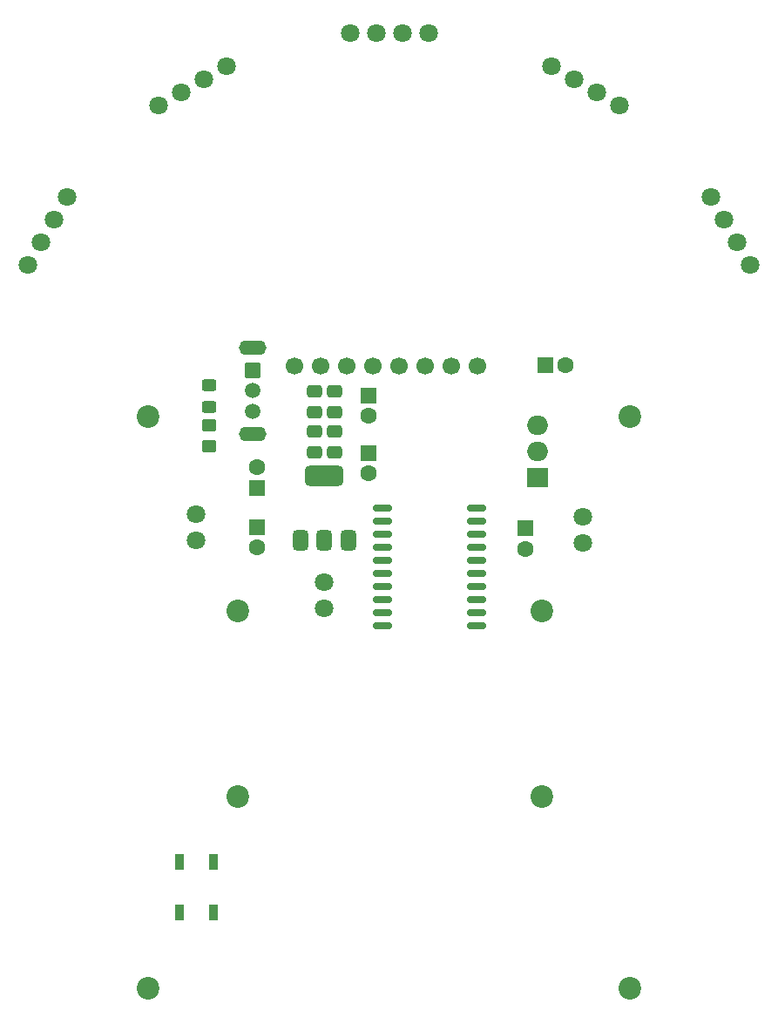
<source format=gbr>
%TF.GenerationSoftware,KiCad,Pcbnew,8.0.6*%
%TF.CreationDate,2025-03-04T23:13:55+07:00*%
%TF.ProjectId,micromouse,6d696372-6f6d-46f7-9573-652e6b696361,rev?*%
%TF.SameCoordinates,Original*%
%TF.FileFunction,Soldermask,Top*%
%TF.FilePolarity,Negative*%
%FSLAX46Y46*%
G04 Gerber Fmt 4.6, Leading zero omitted, Abs format (unit mm)*
G04 Created by KiCad (PCBNEW 8.0.6) date 2025-03-04 23:13:55*
%MOMM*%
%LPD*%
G01*
G04 APERTURE LIST*
G04 Aperture macros list*
%AMRoundRect*
0 Rectangle with rounded corners*
0 $1 Rounding radius*
0 $2 $3 $4 $5 $6 $7 $8 $9 X,Y pos of 4 corners*
0 Add a 4 corners polygon primitive as box body*
4,1,4,$2,$3,$4,$5,$6,$7,$8,$9,$2,$3,0*
0 Add four circle primitives for the rounded corners*
1,1,$1+$1,$2,$3*
1,1,$1+$1,$4,$5*
1,1,$1+$1,$6,$7*
1,1,$1+$1,$8,$9*
0 Add four rect primitives between the rounded corners*
20,1,$1+$1,$2,$3,$4,$5,0*
20,1,$1+$1,$4,$5,$6,$7,0*
20,1,$1+$1,$6,$7,$8,$9,0*
20,1,$1+$1,$8,$9,$2,$3,0*%
G04 Aperture macros list end*
%ADD10C,2.200000*%
%ADD11RoundRect,0.250000X-0.475000X0.337500X-0.475000X-0.337500X0.475000X-0.337500X0.475000X0.337500X0*%
%ADD12R,1.600000X1.600000*%
%ADD13C,1.600000*%
%ADD14C,1.800000*%
%ADD15C,1.700000*%
%ADD16RoundRect,0.102000X-0.654000X0.654000X-0.654000X-0.654000X0.654000X-0.654000X0.654000X0.654000X0*%
%ADD17C,1.512000*%
%ADD18O,2.664000X1.434000*%
%ADD19R,2.000000X1.905000*%
%ADD20O,2.000000X1.905000*%
%ADD21RoundRect,0.150000X-0.800000X-0.150000X0.800000X-0.150000X0.800000X0.150000X-0.800000X0.150000X0*%
%ADD22RoundRect,0.250000X-0.450000X0.325000X-0.450000X-0.325000X0.450000X-0.325000X0.450000X0.325000X0*%
%ADD23RoundRect,0.375000X0.375000X-0.625000X0.375000X0.625000X-0.375000X0.625000X-0.375000X-0.625000X0*%
%ADD24RoundRect,0.500000X1.400000X-0.500000X1.400000X0.500000X-1.400000X0.500000X-1.400000X-0.500000X0*%
%ADD25RoundRect,0.090000X-0.360000X0.660000X-0.360000X-0.660000X0.360000X-0.660000X0.360000X0.660000X0*%
%ADD26RoundRect,0.250000X0.450000X-0.350000X0.450000X0.350000X-0.450000X0.350000X-0.450000X-0.350000X0*%
G04 APERTURE END LIST*
D10*
%TO.C,H6*%
X169000000Y-134100000D03*
%TD*%
D11*
%TO.C,C3*%
X140300000Y-76087500D03*
X140300000Y-78162500D03*
%TD*%
D12*
%TO.C,C13*%
X143550000Y-82100000D03*
D13*
X143550000Y-84100001D03*
%TD*%
D11*
%TO.C,C1*%
X138299997Y-76087500D03*
X138299997Y-78162500D03*
%TD*%
%TO.C,C9*%
X138300000Y-79962500D03*
X138300000Y-82037500D03*
%TD*%
D14*
%TO.C,M1*%
X164400000Y-88259998D03*
X164400000Y-90800000D03*
%TD*%
D15*
%TO.C,U10*%
X154150000Y-73650000D03*
X151610000Y-73650000D03*
X149070001Y-73650000D03*
X146530000Y-73650000D03*
X143990000Y-73650000D03*
X141450000Y-73650000D03*
X138910000Y-73650000D03*
X136369999Y-73650000D03*
%TD*%
D10*
%TO.C,H2*%
X130850000Y-115450000D03*
%TD*%
D16*
%TO.C,SW1*%
X132300000Y-74050000D03*
D17*
X132300000Y-76050001D03*
X132300000Y-78050002D03*
D18*
X132300000Y-71850002D03*
X132300000Y-80250000D03*
%TD*%
D10*
%TO.C,H3*%
X122200000Y-78600000D03*
%TD*%
D19*
%TO.C,U2*%
X160000000Y-84500000D03*
D20*
X160000000Y-81960000D03*
X160000000Y-79420001D03*
%TD*%
D21*
%TO.C,U4*%
X144900000Y-87485000D03*
X144900000Y-88755000D03*
X144900000Y-90025000D03*
X144900000Y-91295000D03*
X144900000Y-92565000D03*
X144900000Y-93835000D03*
X144900000Y-95105000D03*
X144900000Y-96375000D03*
X144900000Y-97645000D03*
X144900000Y-98915000D03*
X154100000Y-98915000D03*
X154100000Y-97645000D03*
X154100000Y-96375000D03*
X154100000Y-95105000D03*
X154100000Y-93835000D03*
X154100000Y-92565000D03*
X154100000Y-91295000D03*
X154100000Y-90025000D03*
X154100000Y-88755000D03*
X154100000Y-87485000D03*
%TD*%
D10*
%TO.C,H5*%
X122200000Y-134100000D03*
%TD*%
%TO.C,H1*%
X130850000Y-97450000D03*
%TD*%
D12*
%TO.C,C12*%
X160750000Y-73600000D03*
D13*
X162750000Y-73600000D03*
%TD*%
D12*
%TO.C,C15*%
X132750000Y-89294888D03*
D13*
X132750000Y-91294889D03*
%TD*%
D14*
%TO.C,U6*%
X168000000Y-48300000D03*
X165800295Y-47030000D03*
X163600591Y-45760000D03*
X161400886Y-44490000D03*
%TD*%
D12*
%TO.C,C5*%
X143575000Y-76500000D03*
D13*
X143575000Y-78500001D03*
%TD*%
D22*
%TO.C,D1*%
X128100000Y-75550002D03*
X128100000Y-77600000D03*
%TD*%
D11*
%TO.C,C11*%
X140300000Y-79962500D03*
X140300000Y-82037500D03*
%TD*%
D14*
%TO.C,BT1*%
X139300000Y-97200000D03*
X139300000Y-94659998D03*
%TD*%
%TO.C,U7*%
X114278205Y-57200444D03*
X113008205Y-59400149D03*
X111738205Y-61599853D03*
X110468205Y-63799558D03*
%TD*%
%TO.C,U9*%
X129799557Y-44500000D03*
X127599852Y-45770000D03*
X125400149Y-47040000D03*
X123200443Y-48310000D03*
%TD*%
D10*
%TO.C,H7*%
X160400000Y-97450000D03*
%TD*%
D23*
%TO.C,U3*%
X137000000Y-90599999D03*
X139300000Y-90599998D03*
D24*
X139300000Y-84300000D03*
D23*
X141600000Y-90599999D03*
%TD*%
D10*
%TO.C,H8*%
X160400000Y-115450000D03*
%TD*%
D14*
%TO.C,U5*%
X180700000Y-63800000D03*
X179430000Y-61600295D03*
X178160000Y-59400591D03*
X176890000Y-57200886D03*
%TD*%
D12*
%TO.C,C6*%
X132750000Y-85500001D03*
D13*
X132750000Y-83500000D03*
%TD*%
D25*
%TO.C,D3*%
X128500000Y-121800000D03*
X125200000Y-121800000D03*
X125200000Y-126700000D03*
X128500000Y-126700000D03*
%TD*%
D14*
%TO.C,M2*%
X126800000Y-88029999D03*
X126800000Y-90570001D03*
%TD*%
D26*
%TO.C,R1*%
X128100000Y-81400000D03*
X128100000Y-79400000D03*
%TD*%
D10*
%TO.C,H4*%
X169000000Y-78600000D03*
%TD*%
D12*
%TO.C,C14*%
X158800000Y-89399999D03*
D13*
X158800000Y-91400000D03*
%TD*%
D14*
%TO.C,U8*%
X149400000Y-41300000D03*
X146860000Y-41300000D03*
X144320001Y-41300000D03*
X141780000Y-41300000D03*
%TD*%
M02*

</source>
